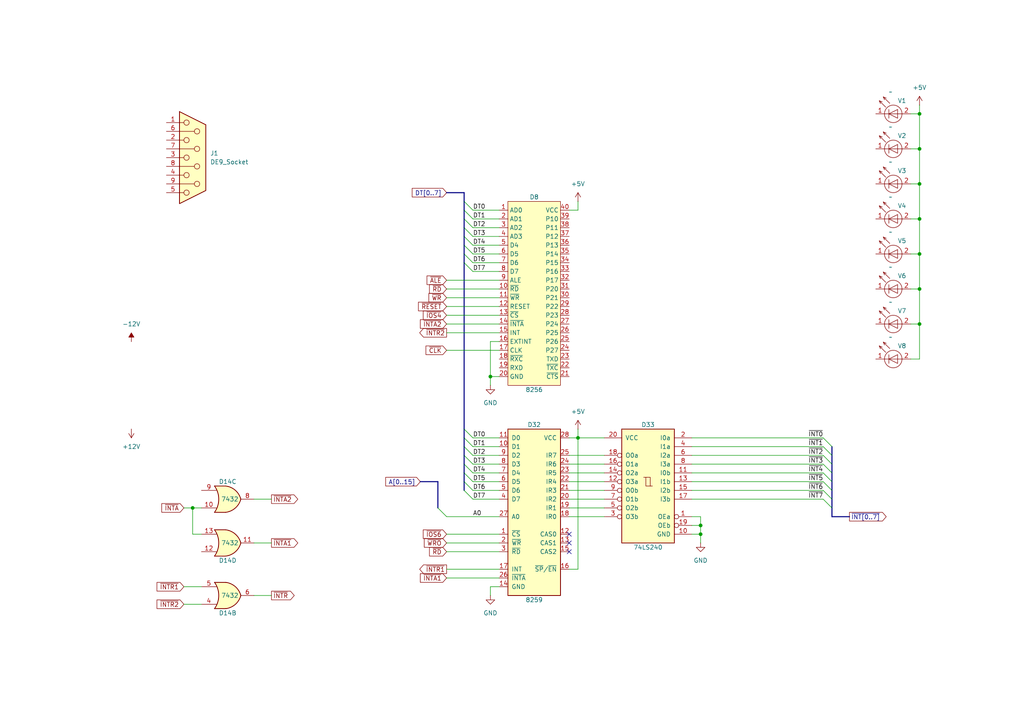
<source format=kicad_sch>
(kicad_sch (version 20250114) (generator "eeschema") (generator_version "9.0")
  (paper "A4")
  (title_block (title "Micro Processor Unit"))
  (lib_symbols
    (symbol "Connector:DE9_Socket" (pin_names (offset 1.016) (hide yes))
      (property "Reference" "J" (at 0 13.97 0))
      (property "Value" "DE9_Socket" (at 0 -14.605 0))
      (symbol "DE9_Socket_0_1"
        (polyline (pts (xy -3.81 13.335) (xy -3.81 -13.335) (xy 3.81 -9.525) (xy 3.81 9.525) (xy -3.81 13.335)) (stroke (width 0.254)) (fill (type background)))
        (polyline (pts (xy -3.81 10.16) (xy -2.54 10.16)))
        (polyline (pts (xy -3.81 7.62) (xy 0.508 7.62)))
        (polyline (pts (xy -3.81 5.08) (xy -2.54 5.08)))
        (polyline (pts (xy -3.81 2.54) (xy 0.508 2.54)))
        (polyline (pts (xy -3.81 0) (xy -2.54 0)))
        (polyline (pts (xy -3.81 -2.54) (xy 0.508 -2.54)))
        (polyline (pts (xy -3.81 -5.08) (xy -2.54 -5.08)))
        (polyline (pts (xy -3.81 -7.62) (xy 0.508 -7.62)))
        (polyline (pts (xy -3.81 -10.16) (xy -2.54 -10.16)))
        (circle (center -1.778 10.16) (radius 0.762))
        (circle (center -1.778 5.08) (radius 0.762))
        (circle (center -1.778 0) (radius 0.762))
        (circle (center -1.778 -5.08) (radius 0.762))
        (circle (center -1.778 -10.16) (radius 0.762))
        (circle (center 1.27 7.62) (radius 0.762))
        (circle (center 1.27 2.54) (radius 0.762))
        (circle (center 1.27 -2.54) (radius 0.762))
        (circle (center 1.27 -7.62) (radius 0.762))
      )
      (symbol "DE9_Socket_1_1"
        (pin passive line (at -7.62 10.16 0) (length 3.81) (name "1") (number "1"))
        (pin passive line (at -7.62 7.62 0) (length 3.81) (name "6") (number "6"))
        (pin passive line (at -7.62 5.08 0) (length 3.81) (name "2") (number "2"))
        (pin passive line (at -7.62 2.54 0) (length 3.81) (name "7") (number "7"))
        (pin passive line (at -7.62 0 0) (length 3.81) (name "3") (number "3"))
        (pin passive line (at -7.62 -2.54 0) (length 3.81) (name "8") (number "8"))
        (pin passive line (at -7.62 -5.08 0) (length 3.81) (name "4") (number "4"))
        (pin passive line (at -7.62 -7.62 0) (length 3.81) (name "9") (number "9"))
        (pin passive line (at -7.62 -10.16 0) (length 3.81) (name "5") (number "5"))
      )
    )
    (symbol "Georg:555-2001"
      (property "Reference" "V" (at -2.54 -1.27 0))
      (symbol "555-2001_0_1"
        (polyline (pts (xy -2.54 -5.08) (xy 2.54 -5.08)))
        (polyline (pts (xy -1.27 -3.81) (xy -1.27 -6.35) (xy 1.27 -5.08) (xy -1.27 -3.81)))
        (circle (center 0 -5.08) (radius 2.54))
        (polyline (pts (xy 1.27 -3.81) (xy 1.27 -6.35)))
        (polyline (pts (xy 2.8918 -0.1685) (xy 1.016 -2.032)))
        (polyline (pts (xy 2.8918 -0.1685) (xy 2.032 -0.508)))
        (polyline (pts (xy 2.8918 -0.1685) (xy 2.54 -1.016)))
        (polyline (pts (xy 4.064 -1.27) (xy 2.1882 -3.1335)))
        (polyline (pts (xy 4.064 -1.27) (xy 3.2042 -1.6095)))
        (polyline (pts (xy 4.064 -1.27) (xy 3.7122 -2.1175)))
      )
      (symbol "555-2001_1_0"
        (pin passive line (at -5.08 -5.08 0) (length 2.54) (name "") (number "2"))
        (pin passive line (at 5.08 -5.08 180) (length 2.54) (name "") (number "1"))
      )
    )
    (symbol "Georg:74LS240" (pin_names (offset 1.016))
      (property "Reference" "D" (at 0 16.51 0))
      (property "Value" "74LS240" (at 0 -19.05 0))
      (symbol "74LS240_1_0"
        (polyline (pts (xy -1.27 -1.27) (xy 0.635 -1.27) (xy 0.635 1.27) (xy 1.27 1.27)))
        (polyline (pts (xy -0.635 -1.27) (xy -0.635 1.27) (xy 0.635 1.27)))
        (pin input line (at -12.7 12.7 0) (length 5.08) (name "I0a") (number "2"))
        (pin input line (at -12.7 10.16 0) (length 5.08) (name "I1a") (number "4"))
        (pin input line (at -12.7 7.62 0) (length 5.08) (name "I2a") (number "6"))
        (pin input line (at -12.7 5.08 0) (length 5.08) (name "I3a") (number "8"))
        (pin input line (at -12.7 2.54 0) (length 5.08) (name "I0b") (number "11"))
        (pin input line (at -12.7 0 0) (length 5.08) (name "I1b") (number "13"))
        (pin input line (at -12.7 -2.54 0) (length 5.08) (name "I2b") (number "15"))
        (pin input line (at -12.7 -5.08 0) (length 5.08) (name "I3b") (number "17"))
        (pin input inverted (at -12.7 -10.16 0) (length 5.08) (name "OEa") (number "1"))
        (pin input inverted (at -12.7 -12.7 0) (length 5.08) (name "OEb") (number "19"))
        (pin power_in line (at -12.7 -15.24 0) (length 5.08) (name "GND") (number "10"))
        (pin power_in line (at 12.7 12.7 180) (length 5.08) (name "VCC") (number "20"))
        (pin tri_state inverted (at 12.7 7.62 180) (length 5.08) (name "O0a") (number "18"))
        (pin tri_state inverted (at 12.7 5.08 180) (length 5.08) (name "O1a") (number "16"))
        (pin tri_state inverted (at 12.7 2.54 180) (length 5.08) (name "O2a") (number "14"))
        (pin tri_state inverted (at 12.7 0 180) (length 5.08) (name "O3a") (number "12"))
        (pin tri_state inverted (at 12.7 -2.54 180) (length 5.08) (name "O0b") (number "9"))
        (pin tri_state inverted (at 12.7 -5.08 180) (length 5.08) (name "O1b") (number "7"))
        (pin tri_state inverted (at 12.7 -7.62 180) (length 5.08) (name "O2b") (number "5"))
        (pin tri_state inverted (at 12.7 -10.16 180) (length 5.08) (name "O3b") (number "3"))
      )
      (symbol "74LS240_1_1"
        (rectangle (start -7.62 15.24) (end 7.62 -17.78) (stroke (width 0.254)) (fill (type background)))
      )
    )
    (symbol "Georg:74LS32" (pin_names (offset 1.016))
      (property "Reference" "D" (at 0 5.08 0))
      (property "Value" "7432" (at 0.635 0 0))
      (symbol "74LS32_1_1"
        (arc (start -3.81 3.81) (mid -2.589 0) (end -3.81 -3.81) (stroke (width 0.254)))
        (polyline (pts (xy -3.81 3.81) (xy -0.635 3.81)) (stroke (width 0.254)) (fill (type background)))
        (polyline (pts (xy -3.81 -3.81) (xy -0.635 -3.81)) (stroke (width 0.254)) (fill (type background)))
        (arc (start 3.81 0) (mid 2.1855 -2.584) (end -0.6096 -3.81) (stroke (width 0.254)) (fill (type background)))
        (arc (start -0.6096 3.81) (mid 2.1928 2.5924) (end 3.81 0) (stroke (width 0.254)) (fill (type background)))
        (polyline (pts (xy -0.635 3.81) (xy -3.81 3.81) (xy -3.81 3.81) (xy -3.556 3.4036) (xy -3.0226 2.2606) (xy -2.6924 1.0414) (xy -2.6162 -0.254) (xy -2.7686 -1.4986) (xy -3.175 -2.7178) (xy -3.81 -3.81) (xy -3.81 -3.81) (xy -0.635 -3.81)) (stroke (width -25.4)) (fill (type background)))
        (pin input line (at -7.62 2.54 0) (length 4.318) (name "~") (number "1"))
        (pin input line (at -7.62 -2.54 0) (length 4.318) (name "~") (number "2"))
        (pin output line (at 7.62 0 180) (length 3.81) (name "~") (number "3"))
      )
      (symbol "74LS32_1_2"
        (arc (start 0 3.81) (mid 3.7934 0) (end 0 -3.81) (stroke (width 0.254)) (fill (type background)))
        (polyline (pts (xy 0 3.81) (xy -3.81 3.81) (xy -3.81 -3.81) (xy 0 -3.81)) (stroke (width 0.254)) (fill (type background)))
        (pin input inverted (at -7.62 2.54 0) (length 3.81) (name "~") (number "1"))
        (pin input inverted (at -7.62 -2.54 0) (length 3.81) (name "~") (number "2"))
        (pin output inverted (at 7.62 0 180) (length 3.81) (name "~") (number "3"))
      )
      (symbol "74LS32_2_1"
        (arc (start -3.81 3.81) (mid -2.589 0) (end -3.81 -3.81) (stroke (width 0.254)))
        (polyline (pts (xy -3.81 3.81) (xy -0.635 3.81)) (stroke (width 0.254)) (fill (type background)))
        (polyline (pts (xy -3.81 -3.81) (xy -0.635 -3.81)) (stroke (width 0.254)) (fill (type background)))
        (arc (start 3.81 0) (mid 2.1855 -2.584) (end -0.6096 -3.81) (stroke (width 0.254)) (fill (type background)))
        (arc (start -0.6096 3.81) (mid 2.1928 2.5924) (end 3.81 0) (stroke (width 0.254)) (fill (type background)))
        (polyline (pts (xy -0.635 3.81) (xy -3.81 3.81) (xy -3.81 3.81) (xy -3.556 3.4036) (xy -3.0226 2.2606) (xy -2.6924 1.0414) (xy -2.6162 -0.254) (xy -2.7686 -1.4986) (xy -3.175 -2.7178) (xy -3.81 -3.81) (xy -3.81 -3.81) (xy -0.635 -3.81)) (stroke (width -25.4)) (fill (type background)))
        (pin input line (at -7.62 2.54 0) (length 4.318) (name "~") (number "4"))
        (pin input line (at -7.62 -2.54 0) (length 4.318) (name "~") (number "5"))
        (pin output line (at 7.62 0 180) (length 3.81) (name "~") (number "6"))
      )
      (symbol "74LS32_2_2"
        (arc (start 0 3.81) (mid 3.7934 0) (end 0 -3.81) (stroke (width 0.254)) (fill (type background)))
        (polyline (pts (xy 0 3.81) (xy -3.81 3.81) (xy -3.81 -3.81) (xy 0 -3.81)) (stroke (width 0.254)) (fill (type background)))
        (pin input inverted (at -7.62 2.54 0) (length 3.81) (name "~") (number "4"))
        (pin input inverted (at -7.62 -2.54 0) (length 3.81) (name "~") (number "5"))
        (pin output inverted (at 7.62 0 180) (length 3.81) (name "~") (number "6"))
      )
      (symbol "74LS32_3_1"
        (arc (start -3.81 3.81) (mid -2.589 0) (end -3.81 -3.81) (stroke (width 0.254)))
        (polyline (pts (xy -3.81 3.81) (xy -0.635 3.81)) (stroke (width 0.254)) (fill (type background)))
        (polyline (pts (xy -3.81 -3.81) (xy -0.635 -3.81)) (stroke (width 0.254)) (fill (type background)))
        (arc (start 3.81 0) (mid 2.1855 -2.584) (end -0.6096 -3.81) (stroke (width 0.254)) (fill (type background)))
        (arc (start -0.6096 3.81) (mid 2.1928 2.5924) (end 3.81 0) (stroke (width 0.254)) (fill (type background)))
        (polyline (pts (xy -0.635 3.81) (xy -3.81 3.81) (xy -3.81 3.81) (xy -3.556 3.4036) (xy -3.0226 2.2606) (xy -2.6924 1.0414) (xy -2.6162 -0.254) (xy -2.7686 -1.4986) (xy -3.175 -2.7178) (xy -3.81 -3.81) (xy -3.81 -3.81) (xy -0.635 -3.81)) (stroke (width -25.4)) (fill (type background)))
        (pin input line (at -7.62 2.54 0) (length 4.318) (name "~") (number "9"))
        (pin input line (at -7.62 -2.54 0) (length 4.318) (name "~") (number "10"))
        (pin output line (at 7.62 0 180) (length 3.81) (name "~") (number "8"))
      )
      (symbol "74LS32_3_2"
        (arc (start 0 3.81) (mid 3.7934 0) (end 0 -3.81) (stroke (width 0.254)) (fill (type background)))
        (polyline (pts (xy 0 3.81) (xy -3.81 3.81) (xy -3.81 -3.81) (xy 0 -3.81)) (stroke (width 0.254)) (fill (type background)))
        (pin input inverted (at -7.62 2.54 0) (length 3.81) (name "~") (number "9"))
        (pin input inverted (at -7.62 -2.54 0) (length 3.81) (name "~") (number "10"))
        (pin output inverted (at 7.62 0 180) (length 3.81) (name "~") (number "8"))
      )
      (symbol "74LS32_4_1"
        (arc (start -3.81 3.81) (mid -2.589 0) (end -3.81 -3.81) (stroke (width 0.254)))
        (polyline (pts (xy -3.81 3.81) (xy -0.635 3.81)) (stroke (width 0.254)) (fill (type background)))
        (polyline (pts (xy -3.81 -3.81) (xy -0.635 -3.81)) (stroke (width 0.254)) (fill (type background)))
        (arc (start 3.81 0) (mid 2.1855 -2.584) (end -0.6096 -3.81) (stroke (width 0.254)) (fill (type background)))
        (arc (start -0.6096 3.81) (mid 2.1928 2.5924) (end 3.81 0) (stroke (width 0.254)) (fill (type background)))
        (polyline (pts (xy -0.635 3.81) (xy -3.81 3.81) (xy -3.81 3.81) (xy -3.556 3.4036) (xy -3.0226 2.2606) (xy -2.6924 1.0414) (xy -2.6162 -0.254) (xy -2.7686 -1.4986) (xy -3.175 -2.7178) (xy -3.81 -3.81) (xy -3.81 -3.81) (xy -0.635 -3.81)) (stroke (width -25.4)) (fill (type background)))
        (pin input line (at -7.62 2.54 0) (length 4.318) (name "~") (number "12"))
        (pin input line (at -7.62 -2.54 0) (length 4.318) (name "~") (number "13"))
        (pin output line (at 7.62 0 180) (length 3.81) (name "~") (number "11"))
      )
      (symbol "74LS32_4_2"
        (arc (start 0 3.81) (mid 3.7934 0) (end 0 -3.81) (stroke (width 0.254)) (fill (type background)))
        (polyline (pts (xy 0 3.81) (xy -3.81 3.81) (xy -3.81 -3.81) (xy 0 -3.81)) (stroke (width 0.254)) (fill (type background)))
        (pin input inverted (at -7.62 2.54 0) (length 3.81) (name "~") (number "12"))
        (pin input inverted (at -7.62 -2.54 0) (length 3.81) (name "~") (number "13"))
        (pin output inverted (at 7.62 0 180) (length 3.81) (name "~") (number "11"))
      )
      (symbol "74LS32_5_0"
        (pin power_in line (at 0 12.7 270) (length 5.08) (name "VCC") (number "14"))
        (pin power_in line (at 0 -12.7 90) (length 5.08) (name "GND") (number "7"))
      )
      (symbol "74LS32_5_1"
        (rectangle (start -5.08 7.62) (end 5.08 -7.62) (stroke (width 0.254)) (fill (type background)))
      )
    )
    (symbol "Georg:8256"
      (property "Reference" "D" (at 0 1.27 0))
      (property "Value" "8256" (at 0 -54.61 0))
      (symbol "8256_0_0"
        (pin bidirectional line (at -10.16 -2.54 0) (length 2.54) (name "AD0") (number "1"))
        (pin bidirectional line (at -10.16 -5.08 0) (length 2.54) (name "AD1") (number "2"))
        (pin bidirectional line (at -10.16 -7.62 0) (length 2.54) (name "AD2") (number "3"))
        (pin bidirectional line (at -10.16 -10.16 0) (length 2.54) (name "AD3") (number "4"))
        (pin bidirectional line (at -10.16 -12.7 0) (length 2.54) (name "D4") (number "5"))
        (pin bidirectional line (at -10.16 -15.24 0) (length 2.54) (name "D5") (number "6"))
        (pin bidirectional line (at -10.16 -17.78 0) (length 2.54) (name "D6") (number "7"))
        (pin bidirectional line (at -10.16 -20.32 0) (length 2.54) (name "D7") (number "8"))
        (pin input line (at -10.16 -22.86 0) (length 2.54) (name "ALE") (number "9"))
        (pin input line (at -10.16 -25.4 0) (length 2.54) (name "~{RD}") (number "10"))
        (pin input line (at -10.16 -27.94 0) (length 2.54) (name "~{WR}") (number "11"))
        (pin input line (at -10.16 -30.48 0) (length 2.54) (name "RESET") (number "12"))
        (pin input line (at -10.16 -33.02 0) (length 2.54) (name "~{CS}") (number "13"))
        (pin input line (at -10.16 -35.56 0) (length 2.54) (name "~{INTA}") (number "14"))
        (pin output line (at -10.16 -38.1 0) (length 2.54) (name "INT") (number "15"))
        (pin input line (at -10.16 -40.64 0) (length 2.54) (name "EXTINT") (number "16"))
        (pin input line (at -10.16 -43.18 0) (length 2.54) (name "CLK") (number "17"))
        (pin input line (at -10.16 -45.72 0) (length 2.54) (name "~{RXC}") (number "18"))
        (pin input line (at -10.16 -48.26 0) (length 2.54) (name "RXD") (number "19"))
        (pin power_in line (at -10.16 -50.8 0) (length 2.54) (name "GND") (number "20"))
        (pin power_in line (at 10.16 -2.54 180) (length 2.54) (name "VCC") (number "40"))
        (pin bidirectional line (at 10.16 -5.08 180) (length 2.54) (name "P10") (number "39"))
        (pin bidirectional line (at 10.16 -7.62 180) (length 2.54) (name "P11") (number "38"))
        (pin bidirectional line (at 10.16 -10.16 180) (length 2.54) (name "P12") (number "37"))
        (pin bidirectional line (at 10.16 -12.7 180) (length 2.54) (name "P13") (number "36"))
        (pin bidirectional line (at 10.16 -15.24 180) (length 2.54) (name "P14") (number "35"))
        (pin bidirectional line (at 10.16 -17.78 180) (length 2.54) (name "P15") (number "34"))
        (pin bidirectional line (at 10.16 -20.32 180) (length 2.54) (name "P16") (number "33"))
        (pin bidirectional line (at 10.16 -22.86 180) (length 2.54) (name "P17") (number "32"))
        (pin bidirectional line (at 10.16 -25.4 180) (length 2.54) (name "P20") (number "31"))
        (pin bidirectional line (at 10.16 -27.94 180) (length 2.54) (name "P21") (number "30"))
        (pin bidirectional line (at 10.16 -30.48 180) (length 2.54) (name "P22") (number "29"))
        (pin bidirectional line (at 10.16 -33.02 180) (length 2.54) (name "P23") (number "28"))
        (pin bidirectional line (at 10.16 -35.56 180) (length 2.54) (name "P24") (number "27"))
        (pin bidirectional line (at 10.16 -38.1 180) (length 2.54) (name "P25") (number "26"))
        (pin bidirectional line (at 10.16 -40.64 180) (length 2.54) (name "P26") (number "25"))
        (pin bidirectional line (at 10.16 -43.18 180) (length 2.54) (name "P27") (number "24"))
        (pin output line (at 10.16 -45.72 180) (length 2.54) (name "TXD") (number "23"))
        (pin output line (at 10.16 -48.26 180) (length 2.54) (name "~{TXC}") (number "22"))
        (pin input line (at 10.16 -50.8 180) (length 2.54) (name "~{CTS}") (number "21"))
      )
      (symbol "8256_0_1"
        (rectangle (start -7.62 0) (end 7.62 -53.34) (fill (type background)))
      )
    )
    (symbol "Georg:8259" (pin_names (offset 1.016))
      (property "Reference" "D" (at 0 24.13 0))
      (property "Value" "8259" (at 0 -26.67 0))
      (symbol "8259_0_1"
        (rectangle (start -7.62 22.86) (end 7.62 -25.4) (stroke (width 0.254)) (fill (type background)))
      )
      (symbol "8259_1_1"
        (pin bidirectional line (at -10.16 20.32 0) (length 2.54) (name "D0") (number "11"))
        (pin bidirectional line (at -10.16 17.78 0) (length 2.54) (name "D1") (number "10"))
        (pin bidirectional line (at -10.16 15.24 0) (length 2.54) (name "D2") (number "9"))
        (pin bidirectional line (at -10.16 12.7 0) (length 2.54) (name "D3") (number "8"))
        (pin bidirectional line (at -10.16 10.16 0) (length 2.54) (name "D4") (number "7"))
        (pin bidirectional line (at -10.16 7.62 0) (length 2.54) (name "D5") (number "6"))
        (pin bidirectional line (at -10.16 5.08 0) (length 2.54) (name "D6") (number "5"))
        (pin bidirectional line (at -10.16 2.54 0) (length 2.54) (name "D7") (number "4"))
        (pin input line (at -10.16 -2.54 0) (length 2.54) (name "A0") (number "27"))
        (pin input line (at -10.16 -7.62 0) (length 2.54) (name "~{CS}") (number "1"))
        (pin input line (at -10.16 -10.16 0) (length 2.54) (name "~{WR}") (number "2"))
        (pin input line (at -10.16 -12.7 0) (length 2.54) (name "~{RD}") (number "3"))
        (pin output line (at -10.16 -17.78 0) (length 2.54) (name "INT") (number "17"))
        (pin input line (at -10.16 -20.32 0) (length 2.54) (name "~{INTA}") (number "26"))
        (pin power_in line (at -10.16 -22.86 0) (length 2.54) (name "GND") (number "14"))
        (pin power_in line (at 10.16 20.32 180) (length 2.54) (name "VCC") (number "28"))
        (pin input line (at 10.16 15.24 180) (length 2.54) (name "IR7") (number "25"))
        (pin input line (at 10.16 12.7 180) (length 2.54) (name "IR6") (number "24"))
        (pin input line (at 10.16 10.16 180) (length 2.54) (name "IR5") (number "23"))
        (pin input line (at 10.16 7.62 180) (length 2.54) (name "IR4") (number "22"))
        (pin input line (at 10.16 5.08 180) (length 2.54) (name "IR3") (number "21"))
        (pin input line (at 10.16 2.54 180) (length 2.54) (name "IR2") (number "20"))
        (pin input line (at 10.16 0 180) (length 2.54) (name "IR1") (number "19"))
        (pin input line (at 10.16 -2.54 180) (length 2.54) (name "IR0") (number "18"))
        (pin input line (at 10.16 -7.62 180) (length 2.54) (name "CAS0") (number "12"))
        (pin output line (at 10.16 -10.16 180) (length 2.54) (name "CAS1") (number "13"))
        (pin output line (at 10.16 -12.7 180) (length 2.54) (name "CAS2") (number "15"))
        (pin bidirectional line (at 10.16 -17.78 180) (length 2.54) (name "~{SP}/~{EN}") (number "16"))
      )
    )
    (symbol "power:+12V" (power) (pin_numbers (hide yes)) (pin_names (offset 0) (hide yes))
      (property "Value" "+12V" (at 0 3.556 0))
      (symbol "+12V_0_1"
        (polyline (pts (xy -0.762 1.27) (xy 0 2.54)))
        (polyline (pts (xy 0 2.54) (xy 0.762 1.27)))
        (polyline (pts (xy 0 0) (xy 0 2.54)))
      )
      (symbol "+12V_1_1"
        (pin power_in line (at 0 0 90) (length 0) (name "~") (number "1"))
      )
    )
    (symbol "power:+5V" (power) (pin_numbers (hide yes)) (pin_names (offset 0) (hide yes))
      (property "Value" "+5V" (at 0 3.556 0))
      (symbol "+5V_0_1"
        (polyline (pts (xy -0.762 1.27) (xy 0 2.54)))
        (polyline (pts (xy 0 2.54) (xy 0.762 1.27)))
        (polyline (pts (xy 0 0) (xy 0 2.54)))
      )
      (symbol "+5V_1_1"
        (pin power_in line (at 0 0 90) (length 0) (name "~") (number "1"))
      )
    )
    (symbol "power:-12V" (power) (pin_numbers (hide yes)) (pin_names (offset 0) (hide yes))
      (property "Value" "-12V" (at 0 3.556 0))
      (symbol "-12V_0_0"
        (pin power_in line (at 0 0 90) (length 0) (name "~") (number "1"))
      )
      (symbol "-12V_0_1"
        (polyline (pts (xy 0 0) (xy 0 1.27) (xy 0.762 1.27) (xy 0 2.54) (xy -0.762 1.27) (xy 0 1.27)) (fill (type outline)))
      )
    )
    (symbol "power:GND" (power) (pin_numbers (hide yes)) (pin_names (offset 0) (hide yes))
      (property "Value" "GND" (at 0 -3.81 0))
      (symbol "GND_0_1"
        (polyline (pts (xy 0 0) (xy 0 -1.27) (xy 1.27 -1.27) (xy 0 -2.54) (xy -1.27 -1.27) (xy 0 -1.27)))
      )
      (symbol "GND_1_1"
        (pin power_in line (at 0 0 270) (length 0) (name "~") (number "1"))
      )
    )
  )
  (junction (at 266.7 43.18))
  (junction (at 203.2 154.94))
  (junction (at 266.7 93.98))
  (junction (at 266.7 53.34))
  (junction (at 266.7 73.66))
  (junction (at 266.7 83.82))
  (junction (at 142.24 109.22))
  (junction (at 55.88 147.32))
  (junction (at 266.7 63.5))
  (junction (at 266.7 33.02))
  (junction (at 203.2 152.4))
  (junction (at 167.64 127))
  (no_connect (at 165.1 154.94))
  (no_connect (at 165.1 160.02))
  (no_connect (at 165.1 157.48))
  (bus_entry (at 238.76 144.78) (size 2.54 2.54))
  (bus_entry (at 137.16 66.04) (size -2.54 -2.54))
  (bus_entry (at 137.16 73.66) (size -2.54 -2.54))
  (bus_entry (at 127 147.32) (size 2.54 2.54))
  (bus_entry (at 137.16 137.16) (size -2.54 -2.54))
  (bus_entry (at 238.76 137.16) (size 2.54 2.54))
  (bus_entry (at 137.16 68.58) (size -2.54 -2.54))
  (bus_entry (at 238.76 127) (size 2.54 2.54))
  (bus_entry (at 238.76 129.54) (size 2.54 2.54))
  (bus_entry (at 137.16 144.78) (size -2.54 -2.54))
  (bus_entry (at 137.16 76.2) (size -2.54 -2.54))
  (bus_entry (at 238.76 132.08) (size 2.54 2.54))
  (bus_entry (at 137.16 127) (size -2.54 -2.54))
  (bus_entry (at 137.16 78.74) (size -2.54 -2.54))
  (bus_entry (at 238.76 134.62) (size 2.54 2.54))
  (bus_entry (at 137.16 142.24) (size -2.54 -2.54))
  (bus_entry (at 137.16 129.54) (size -2.54 -2.54))
  (bus_entry (at 137.16 63.5) (size -2.54 -2.54))
  (bus_entry (at 238.76 139.7) (size 2.54 2.54))
  (bus_entry (at 137.16 132.08) (size -2.54 -2.54))
  (bus_entry (at 137.16 139.7) (size -2.54 -2.54))
  (bus_entry (at 137.16 71.12) (size -2.54 -2.54))
  (bus_entry (at 137.16 60.96) (size -2.54 -2.54))
  (bus_entry (at 137.16 134.62) (size -2.54 -2.54))
  (bus_entry (at 238.76 142.24) (size 2.54 2.54))
  (wire (pts (xy 142.24 172.72) (xy 142.24 170.18)))
  (wire (pts (xy 266.7 63.5) (xy 266.7 53.34)))
  (wire (pts (xy 200.66 127) (xy 238.76 127)))
  (wire (pts (xy 129.54 88.9) (xy 144.78 88.9)))
  (wire (pts (xy 200.66 139.7) (xy 238.76 139.7)))
  (bus (pts (xy 134.62 139.7) (xy 134.62 142.24)))
  (wire (pts (xy 200.66 144.78) (xy 238.76 144.78)))
  (bus (pts (xy 134.62 66.04) (xy 134.62 68.58)))
  (wire (pts (xy 167.64 127) (xy 167.64 124.46)))
  (wire (pts (xy 144.78 71.12) (xy 137.16 71.12)))
  (wire (pts (xy 73.66 144.78) (xy 78.74 144.78)))
  (wire (pts (xy 144.78 129.54) (xy 137.16 129.54)))
  (wire (pts (xy 167.64 127) (xy 167.64 165.1)))
  (wire (pts (xy 73.66 157.48) (xy 78.74 157.48)))
  (wire (pts (xy 165.1 149.86) (xy 175.26 149.86)))
  (bus (pts (xy 134.62 73.66) (xy 134.62 76.2)))
  (wire (pts (xy 203.2 157.48) (xy 203.2 154.94)))
  (wire (pts (xy 144.78 144.78) (xy 137.16 144.78)))
  (wire (pts (xy 203.2 152.4) (xy 203.2 154.94)))
  (wire (pts (xy 144.78 73.66) (xy 137.16 73.66)))
  (wire (pts (xy 129.54 96.52) (xy 144.78 96.52)))
  (wire (pts (xy 264.16 63.5) (xy 266.7 63.5)))
  (wire (pts (xy 200.66 132.08) (xy 238.76 132.08)))
  (wire (pts (xy 264.16 104.14) (xy 266.7 104.14)))
  (wire (pts (xy 144.78 99.06) (xy 142.24 99.06)))
  (wire (pts (xy 165.1 165.1) (xy 167.64 165.1)))
  (bus (pts (xy 134.62 127) (xy 134.62 129.54)))
  (wire (pts (xy 165.1 132.08) (xy 175.26 132.08)))
  (wire (pts (xy 264.16 53.34) (xy 266.7 53.34)))
  (wire (pts (xy 165.1 142.24) (xy 175.26 142.24)))
  (bus (pts (xy 134.62 124.46) (xy 134.62 127)))
  (wire (pts (xy 200.66 129.54) (xy 238.76 129.54)))
  (bus (pts (xy 121.92 139.7) (xy 127 139.7)))
  (wire (pts (xy 266.7 43.18) (xy 266.7 33.02)))
  (wire (pts (xy 264.16 43.18) (xy 266.7 43.18)))
  (wire (pts (xy 165.1 137.16) (xy 175.26 137.16)))
  (bus (pts (xy 134.62 60.96) (xy 134.62 63.5)))
  (wire (pts (xy 144.78 132.08) (xy 137.16 132.08)))
  (wire (pts (xy 266.7 83.82) (xy 266.7 73.66)))
  (wire (pts (xy 58.42 154.94) (xy 55.88 154.94)))
  (bus (pts (xy 129.54 55.88) (xy 134.62 55.88)))
  (wire (pts (xy 144.78 134.62) (xy 137.16 134.62)))
  (wire (pts (xy 266.7 53.34) (xy 266.7 43.18)))
  (wire (pts (xy 142.24 111.76) (xy 142.24 109.22)))
  (bus (pts (xy 134.62 137.16) (xy 134.62 139.7)))
  (wire (pts (xy 129.54 149.86) (xy 144.78 149.86)))
  (wire (pts (xy 129.54 154.94) (xy 144.78 154.94)))
  (wire (pts (xy 129.54 86.36) (xy 144.78 86.36)))
  (wire (pts (xy 129.54 83.82) (xy 144.78 83.82)))
  (bus (pts (xy 134.62 76.2) (xy 134.62 124.46)))
  (wire (pts (xy 129.54 101.6) (xy 144.78 101.6)))
  (wire (pts (xy 264.16 83.82) (xy 266.7 83.82)))
  (wire (pts (xy 264.16 73.66) (xy 266.7 73.66)))
  (wire (pts (xy 144.78 139.7) (xy 137.16 139.7)))
  (bus (pts (xy 241.3 149.86) (xy 246.38 149.86)))
  (wire (pts (xy 129.54 93.98) (xy 144.78 93.98)))
  (wire (pts (xy 129.54 167.64) (xy 144.78 167.64)))
  (bus (pts (xy 134.62 71.12) (xy 134.62 73.66)))
  (bus (pts (xy 134.62 68.58) (xy 134.62 71.12)))
  (wire (pts (xy 142.24 109.22) (xy 144.78 109.22)))
  (wire (pts (xy 53.34 175.26) (xy 58.42 175.26)))
  (wire (pts (xy 167.64 58.42) (xy 167.64 60.96)))
  (wire (pts (xy 129.54 160.02) (xy 144.78 160.02)))
  (wire (pts (xy 203.2 149.86) (xy 203.2 152.4)))
  (wire (pts (xy 200.66 149.86) (xy 203.2 149.86)))
  (bus (pts (xy 134.62 134.62) (xy 134.62 137.16)))
  (wire (pts (xy 142.24 170.18) (xy 144.78 170.18)))
  (wire (pts (xy 142.24 99.06) (xy 142.24 109.22)))
  (wire (pts (xy 144.78 66.04) (xy 137.16 66.04)))
  (bus (pts (xy 134.62 132.08) (xy 134.62 134.62)))
  (wire (pts (xy 200.66 134.62) (xy 238.76 134.62)))
  (wire (pts (xy 55.88 154.94) (xy 55.88 147.32)))
  (bus (pts (xy 241.3 129.54) (xy 241.3 132.08)))
  (wire (pts (xy 264.16 93.98) (xy 266.7 93.98)))
  (bus (pts (xy 241.3 142.24) (xy 241.3 144.78)))
  (wire (pts (xy 200.66 152.4) (xy 203.2 152.4)))
  (wire (pts (xy 200.66 137.16) (xy 238.76 137.16)))
  (wire (pts (xy 203.2 154.94) (xy 200.66 154.94)))
  (wire (pts (xy 129.54 157.48) (xy 144.78 157.48)))
  (bus (pts (xy 241.3 144.78) (xy 241.3 147.32)))
  (wire (pts (xy 55.88 147.32) (xy 58.42 147.32)))
  (wire (pts (xy 264.16 33.02) (xy 266.7 33.02)))
  (wire (pts (xy 165.1 60.96) (xy 167.64 60.96)))
  (wire (pts (xy 144.78 60.96) (xy 137.16 60.96)))
  (bus (pts (xy 134.62 63.5) (xy 134.62 66.04)))
  (wire (pts (xy 129.54 91.44) (xy 144.78 91.44)))
  (wire (pts (xy 129.54 165.1) (xy 144.78 165.1)))
  (wire (pts (xy 144.78 137.16) (xy 137.16 137.16)))
  (bus (pts (xy 241.3 134.62) (xy 241.3 137.16)))
  (wire (pts (xy 144.78 76.2) (xy 137.16 76.2)))
  (wire (pts (xy 266.7 93.98) (xy 266.7 83.82)))
  (wire (pts (xy 266.7 104.14) (xy 266.7 93.98)))
  (bus (pts (xy 134.62 55.88) (xy 134.62 58.42)))
  (wire (pts (xy 165.1 144.78) (xy 175.26 144.78)))
  (wire (pts (xy 167.64 127) (xy 175.26 127)))
  (wire (pts (xy 53.34 170.18) (xy 58.42 170.18)))
  (bus (pts (xy 134.62 58.42) (xy 134.62 60.96)))
  (bus (pts (xy 127 139.7) (xy 127 147.32)))
  (wire (pts (xy 144.78 68.58) (xy 137.16 68.58)))
  (bus (pts (xy 241.3 132.08) (xy 241.3 134.62)))
  (wire (pts (xy 200.66 142.24) (xy 238.76 142.24)))
  (wire (pts (xy 144.78 63.5) (xy 137.16 63.5)))
  (bus (pts (xy 241.3 137.16) (xy 241.3 139.7)))
  (wire (pts (xy 53.34 147.32) (xy 55.88 147.32)))
  (bus (pts (xy 134.62 129.54) (xy 134.62 132.08)))
  (wire (pts (xy 144.78 127) (xy 137.16 127)))
  (wire (pts (xy 129.54 81.28) (xy 144.78 81.28)))
  (wire (pts (xy 165.1 147.32) (xy 175.26 147.32)))
  (wire (pts (xy 165.1 127) (xy 167.64 127)))
  (bus (pts (xy 241.3 147.32) (xy 241.3 149.86)))
  (wire (pts (xy 73.66 172.72) (xy 78.74 172.72)))
  (wire (pts (xy 165.1 134.62) (xy 175.26 134.62)))
  (wire (pts (xy 144.78 78.74) (xy 137.16 78.74)))
  (wire (pts (xy 144.78 142.24) (xy 137.16 142.24)))
  (wire (pts (xy 266.7 73.66) (xy 266.7 63.5)))
  (bus (pts (xy 241.3 139.7) (xy 241.3 142.24)))
  (wire (pts (xy 266.7 33.02) (xy 266.7 30.48)))
  (wire (pts (xy 165.1 139.7) (xy 175.26 139.7)))
  (label "~{INT4}" (at 238.76 137.16 180))
  (label "DT3" (at 137.16 134.62 0))
  (label "~{INT7}" (at 238.76 144.78 180))
  (label "DT2" (at 137.16 132.08 0))
  (label "DT3" (at 137.16 68.58 0))
  (label "DT7" (at 137.16 78.74 0))
  (label "~{INT6}" (at 238.76 142.24 180))
  (label "DT1" (at 137.16 63.5 0))
  (label "DT5" (at 137.16 139.7 0))
  (label "DT0" (at 137.16 127 0))
  (label "DT6" (at 137.16 76.2 0))
  (label "~{INT1}" (at 238.76 129.54 180))
  (label "DT2" (at 137.16 66.04 0))
  (label "DT5" (at 137.16 73.66 0))
  (label "~{INT3}" (at 238.76 134.62 180))
  (label "~{INT0}" (at 238.76 127 180))
  (label "DT1" (at 137.16 129.54 0))
  (label "DT6" (at 137.16 142.24 0))
  (label "DT4" (at 137.16 137.16 0))
  (label "~{INT5}" (at 238.76 139.7 180))
  (label "DT0" (at 137.16 60.96 0))
  (label "DT7" (at 137.16 144.78 0))
  (label "~{INT2}" (at 238.76 132.08 180))
  (label "DT4" (at 137.16 71.12 0))
  (label "A0" (at 137.16 149.86 0))
  (global_label "~{CLK}" (shape input) (at 129.54 101.6 180) (property "Intersheetrefs" "${INTERSHEET_REFS}" (effects (hide yes))))
  (global_label "~{INT[0..7]}" (shape output) (at 246.38 149.86 0) (property "Intersheetrefs" "${INTERSHEET_REFS}" (effects (hide yes))))
  (global_label "~{INTR2}" (shape input) (at 53.34 175.26 180) (property "Intersheetrefs" "${INTERSHEET_REFS}" (effects (hide yes))))
  (global_label "~{IOS6}" (shape input) (at 129.54 154.94 180) (property "Intersheetrefs" "${INTERSHEET_REFS}" (effects (hide yes))))
  (global_label "~{INTR1}" (shape input) (at 53.34 170.18 180) (property "Intersheetrefs" "${INTERSHEET_REFS}" (effects (hide yes))))
  (global_label "~{INTR1}" (shape output) (at 129.54 165.1 180) (property "Intersheetrefs" "${INTERSHEET_REFS}" (effects (hide yes))))
  (global_label "~{RD}" (shape input) (at 129.54 83.82 180) (property "Intersheetrefs" "${INTERSHEET_REFS}" (effects (hide yes))))
  (global_label "~{WRO}" (shape input) (at 129.54 157.48 180) (property "Intersheetrefs" "${INTERSHEET_REFS}" (effects (hide yes))))
  (global_label "~{INTA1}" (shape input) (at 129.54 167.64 180) (property "Intersheetrefs" "${INTERSHEET_REFS}" (effects (hide yes))))
  (global_label "~{RESET}" (shape input) (at 129.54 88.9 180) (property "Intersheetrefs" "${INTERSHEET_REFS}" (effects (hide yes))))
  (global_label "~{RD}" (shape input) (at 129.54 160.02 180) (property "Intersheetrefs" "${INTERSHEET_REFS}" (effects (hide yes))))
  (global_label "~{IOS4}" (shape input) (at 129.54 91.44 180) (property "Intersheetrefs" "${INTERSHEET_REFS}" (effects (hide yes))))
  (global_label "~{ALE}" (shape input) (at 129.54 81.28 180) (property "Intersheetrefs" "${INTERSHEET_REFS}" (effects (hide yes))))
  (global_label "~{WR}" (shape input) (at 129.54 86.36 180) (property "Intersheetrefs" "${INTERSHEET_REFS}" (effects (hide yes))))
  (global_label "~{INTR2}" (shape output) (at 129.54 96.52 180) (property "Intersheetrefs" "${INTERSHEET_REFS}" (effects (hide yes))))
  (global_label "~{INTA2}" (shape input) (at 129.54 93.98 180) (property "Intersheetrefs" "${INTERSHEET_REFS}" (effects (hide yes))))
  (global_label "~{INTA}" (shape input) (at 53.34 147.32 180) (property "Intersheetrefs" "${INTERSHEET_REFS}" (effects (hide yes))))
  (global_label "~{INTR}" (shape output) (at 78.74 172.72 0) (property "Intersheetrefs" "${INTERSHEET_REFS}" (effects (hide yes))))
  (global_label "~{INTA2}" (shape output) (at 78.74 144.78 0) (property "Intersheetrefs" "${INTERSHEET_REFS}" (effects (hide yes))))
  (global_label "DT[0..7]" (shape input) (at 129.54 55.88 180) (property "Intersheetrefs" "${INTERSHEET_REFS}" (effects (hide yes))))
  (global_label "~{INTA1}" (shape output) (at 78.74 157.48 0) (property "Intersheetrefs" "${INTERSHEET_REFS}" (effects (hide yes))))
  (global_label "A[0..15]" (shape input) (at 121.92 139.7 180) (property "Intersheetrefs" "${INTERSHEET_REFS}" (effects (hide yes))))
  (symbol (lib_id "power:GND") (at 142.24 172.72 0) (unit 1)
    (property "Reference" "#PWR024" (effects (hide yes)))
    (property "Value" "GND" (at 142.24 177.8 0))
    (property "Description" "Power symbol creates a global label with name \"GND\" , ground" (effects (hide yes)))
  )
  (symbol (lib_id "Georg:555-2001") (at 259.08 99.06 0) (mirror y) (unit 1)
    (property "Reference" "V8" (at 261.62 100.33 0))
    (property "Value" "~" (at 258.318 97.79 0))
    (property "Footprint" "Georg:555-2x01" (effects (hide yes)))
    (property "Description" "led red" (effects (hide yes)))
  )
  (symbol (lib_id "Georg:74LS32") (at 66.04 144.78 0) (unit 3)
    (property "Reference" "D14" (at 66.04 139.7 0))
    (property "Value" "7432" (at 66.675 144.78 0))
    (property "Footprint" "Georg:DIP-14_W7.62mm-tight" (effects (hide yes)))
  )
  (symbol (lib_id "power:+5V") (at 167.64 58.42 0) (unit 1)
    (property "Reference" "#PWR019" (effects (hide yes)))
    (property "Value" "+5V" (at 167.64 53.34 0))
    (property "Description" "Power symbol creates a global label with name \"+5V\"" (effects (hide yes)))
  )
  (symbol (lib_id "Georg:555-2001") (at 259.08 78.74 0) (mirror y) (unit 1)
    (property "Reference" "V6" (at 261.62 80.01 0))
    (property "Value" "~" (at 258.318 77.47 0))
    (property "Footprint" "Georg:555-2x01" (effects (hide yes)))
    (property "Description" "led red" (effects (hide yes)))
  )
  (symbol (lib_id "Georg:555-2001") (at 259.08 58.42 0) (mirror y) (unit 1)
    (property "Reference" "V4" (at 261.62 59.69 0))
    (property "Value" "~" (at 258.318 57.15 0))
    (property "Footprint" "Georg:555-2x01" (effects (hide yes)))
    (property "Description" "led red" (effects (hide yes)))
  )
  (symbol (lib_id "power:GND") (at 142.24 111.76 0) (unit 1)
    (property "Reference" "#PWR020" (effects (hide yes)))
    (property "Value" "GND" (at 142.24 116.84 0))
    (property "Description" "Power symbol creates a global label with name \"GND\" , ground" (effects (hide yes)))
  )
  (symbol (lib_id "Georg:8256") (at 154.94 58.42 0) (unit 1)
    (property "Reference" "D8" (at 154.94 57.15 0))
    (property "Value" "8256" (at 154.94 113.03 0))
    (property "Footprint" "Georg:DIP-40_W15.24mm-tight" (effects (hide yes)))
  )
  (symbol (lib_id "Georg:74LS32") (at 66.04 157.48 0) (mirror x) (unit 4)
    (property "Reference" "D14" (at 66.04 162.56 0))
    (property "Value" "7432" (at 66.675 157.48 0))
    (property "Footprint" "Georg:DIP-14_W7.62mm-tight" (effects (hide yes)))
  )
  (symbol (lib_id "Georg:8259") (at 154.94 147.32 0) (unit 1)
    (property "Reference" "D32" (at 154.94 123.19 0))
    (property "Value" "8259" (at 154.94 173.99 0))
    (property "Footprint" "Georg:DIP-28_W15.24mm-tight" (effects (hide yes)))
  )
  (symbol (lib_id "power:+12V") (at 38.1 124.46 180) (unit 1)
    (property "Reference" "#PWR0130" (effects (hide yes)))
    (property "Value" "+12V" (at 38.1 129.54 0))
    (property "Description" "Power symbol creates a global label with name \"+12V\"" (effects (hide yes)))
  )
  (symbol (lib_id "Georg:555-2001") (at 259.08 38.1 0) (mirror y) (unit 1)
    (property "Reference" "V2" (at 261.62 39.37 0))
    (property "Value" "~" (at 258.318 36.83 0))
    (property "Footprint" "Georg:555-2x01" (effects (hide yes)))
    (property "Description" "led red" (effects (hide yes)))
  )
  (symbol (lib_id "Georg:555-2001") (at 259.08 48.26 0) (mirror y) (unit 1)
    (property "Reference" "V3" (at 261.62 49.53 0))
    (property "Value" "~" (at 258.318 46.99 0))
    (property "Footprint" "Georg:555-2x01" (effects (hide yes)))
    (property "Description" "led red" (effects (hide yes)))
  )
  (symbol (lib_id "Georg:555-2001") (at 259.08 27.94 0) (mirror y) (unit 1)
    (property "Reference" "V1" (at 261.62 29.21 0))
    (property "Value" "~" (at 258.318 26.67 0))
    (property "Footprint" "Georg:555-2x01" (effects (hide yes)))
    (property "Description" "led red" (effects (hide yes)))
  )
  (symbol (lib_id "power:GND") (at 203.2 157.48 0) (mirror y) (unit 1)
    (property "Reference" "#PWR023" (effects (hide yes)))
    (property "Value" "GND" (at 203.2 162.56 0))
    (property "Description" "Power symbol creates a global label with name \"GND\" , ground" (effects (hide yes)))
  )
  (symbol (lib_id "power:+5V") (at 266.7 30.48 0) (unit 1)
    (property "Reference" "#PWR022" (effects (hide yes)))
    (property "Value" "+5V" (at 266.7 25.4 0))
    (property "Description" "Power symbol creates a global label with name \"+5V\"" (effects (hide yes)))
  )
  (symbol (lib_id "Connector:DE9_Socket") (at 55.88 45.72 0) (unit 1)
    (property "Reference" "J1" (at 60.96 44.4499 0) (effects (justify left)))
    (property "Value" "DE9_Socket" (at 60.96 46.9899 0) (effects (justify left)))
    (property "Description" "9-pin D-SUB connector, socket (female)" (effects (hide yes)))
  )
  (symbol (lib_id "power:-12V") (at 38.1 99.06 0) (unit 1)
    (property "Reference" "#PWR0129" (effects (hide yes)))
    (property "Value" "-12V" (at 38.1 93.98 0))
    (property "Description" "Power symbol creates a global label with name \"-12V\"" (effects (hide yes)))
  )
  (symbol (lib_id "Georg:555-2001") (at 259.08 88.9 0) (mirror y) (unit 1)
    (property "Reference" "V7" (at 261.62 90.17 0))
    (property "Value" "~" (at 258.318 87.63 0))
    (property "Footprint" "Georg:555-2x01" (effects (hide yes)))
    (property "Description" "led red" (effects (hide yes)))
  )
  (symbol (lib_id "Georg:555-2001") (at 259.08 68.58 0) (mirror y) (unit 1)
    (property "Reference" "V5" (at 261.62 69.85 0))
    (property "Value" "~" (at 258.318 67.31 0))
    (property "Footprint" "Georg:555-2x01" (effects (hide yes)))
    (property "Description" "led red" (effects (hide yes)))
  )
  (symbol (lib_id "Georg:74LS32") (at 66.04 172.72 0) (mirror x) (unit 2)
    (property "Reference" "D14" (at 66.04 177.8 0))
    (property "Value" "7432" (at 66.675 172.72 0))
    (property "Footprint" "Georg:DIP-14_W7.62mm-tight" (effects (hide yes)))
  )
  (symbol (lib_id "power:+5V") (at 167.64 124.46 0) (unit 1)
    (property "Reference" "#PWR021" (effects (hide yes)))
    (property "Value" "+5V" (at 167.64 119.38 0))
    (property "Description" "Power symbol creates a global label with name \"+5V\"" (effects (hide yes)))
  )
  (symbol (lib_id "Georg:74LS240") (at 187.96 139.7 0) (mirror y) (unit 1)
    (property "Reference" "D33" (at 187.96 123.19 0))
    (property "Value" "74LS240" (at 187.96 158.75 0))
    (property "Footprint" "Georg:DIP-20_W7.62mm-tight" (effects (hide yes)))
  )
)
</source>
